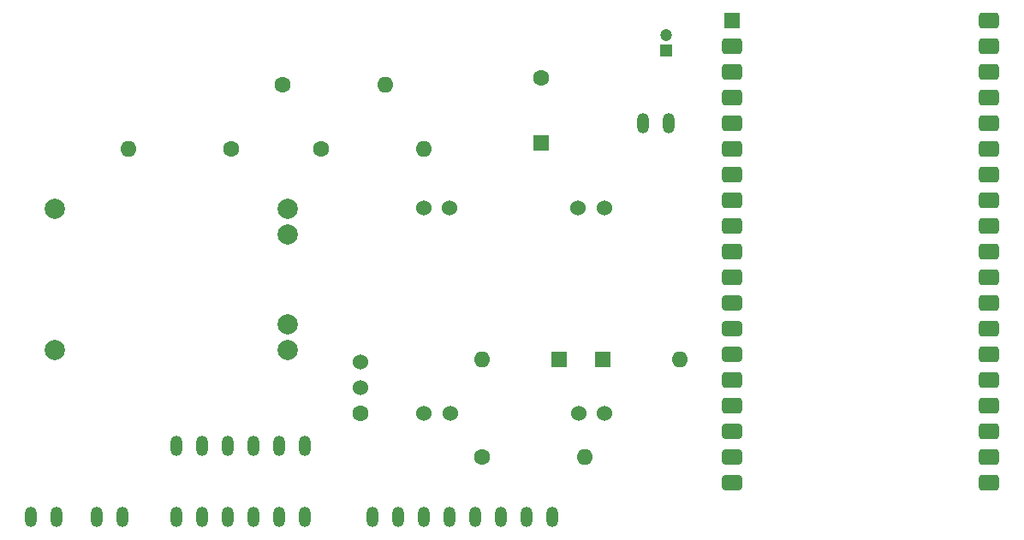
<source format=gbr>
%TF.GenerationSoftware,KiCad,Pcbnew,(7.0.0)*%
%TF.CreationDate,2023-03-30T08:56:28+02:00*%
%TF.ProjectId,HM-Base,484d2d42-6173-4652-9e6b-696361645f70,rev?*%
%TF.SameCoordinates,Original*%
%TF.FileFunction,Soldermask,Top*%
%TF.FilePolarity,Negative*%
%FSLAX46Y46*%
G04 Gerber Fmt 4.6, Leading zero omitted, Abs format (unit mm)*
G04 Created by KiCad (PCBNEW (7.0.0)) date 2023-03-30 08:56:28*
%MOMM*%
%LPD*%
G01*
G04 APERTURE LIST*
G04 Aperture macros list*
%AMRoundRect*
0 Rectangle with rounded corners*
0 $1 Rounding radius*
0 $2 $3 $4 $5 $6 $7 $8 $9 X,Y pos of 4 corners*
0 Add a 4 corners polygon primitive as box body*
4,1,4,$2,$3,$4,$5,$6,$7,$8,$9,$2,$3,0*
0 Add four circle primitives for the rounded corners*
1,1,$1+$1,$2,$3*
1,1,$1+$1,$4,$5*
1,1,$1+$1,$6,$7*
1,1,$1+$1,$8,$9*
0 Add four rect primitives between the rounded corners*
20,1,$1+$1,$2,$3,$4,$5,0*
20,1,$1+$1,$4,$5,$6,$7,0*
20,1,$1+$1,$6,$7,$8,$9,0*
20,1,$1+$1,$8,$9,$2,$3,0*%
G04 Aperture macros list end*
%ADD10C,1.606436*%
%ADD11C,1.524000*%
%ADD12O,1.200000X2.000000*%
%ADD13RoundRect,0.390000X-0.644000X-0.390000X0.644000X-0.390000X0.644000X0.390000X-0.644000X0.390000X0*%
%ADD14RoundRect,0.390000X-0.626000X-0.390000X0.626000X-0.390000X0.626000X0.390000X-0.626000X0.390000X0*%
%ADD15R,1.560000X1.560000*%
%ADD16C,1.600000*%
%ADD17R,1.600000X1.600000*%
%ADD18O,1.600000X1.600000*%
%ADD19R,1.200000X1.200000*%
%ADD20C,1.200000*%
%ADD21C,2.000000*%
G04 APERTURE END LIST*
D10*
%TO.C,U2*%
X120065800Y-94756500D03*
D11*
X120065800Y-92216500D03*
X120065800Y-89676500D03*
X144195800Y-74461900D03*
X141605000Y-74461900D03*
X144246600Y-94756500D03*
X141655800Y-94756500D03*
X128930400Y-74436500D03*
X126390400Y-74461900D03*
X128955800Y-94756500D03*
X126390400Y-94756500D03*
%TD*%
D12*
%TO.C,J4*%
X114619999Y-104999999D03*
X112079999Y-104999999D03*
X109539999Y-104999999D03*
X106999999Y-104999999D03*
X104459999Y-104999999D03*
X101919999Y-104999999D03*
%TD*%
D13*
%TO.C,U3*%
X182245000Y-101600000D03*
X182245000Y-99060000D03*
X182245000Y-96520000D03*
X182245000Y-93980000D03*
X182245000Y-91440000D03*
X182245000Y-88900000D03*
X182245000Y-86360000D03*
X182245000Y-83820000D03*
X182245000Y-81280000D03*
X182245000Y-78740000D03*
X182245000Y-76200000D03*
X182245000Y-73660000D03*
X182245000Y-71120000D03*
X182245000Y-68580000D03*
X182245000Y-66040000D03*
X182245000Y-63500000D03*
X182245000Y-60960000D03*
X182245000Y-58420000D03*
X182245000Y-55880000D03*
D14*
X156845000Y-101600000D03*
X156845000Y-99060000D03*
X156845000Y-96520000D03*
D13*
X156845000Y-93980000D03*
X156845000Y-91440000D03*
D14*
X156845000Y-88900000D03*
X156845000Y-86360000D03*
X156845000Y-83820000D03*
D13*
X156845000Y-81280000D03*
X156845000Y-78740000D03*
X156845000Y-76200000D03*
X156845000Y-73660000D03*
X156845000Y-71120000D03*
X156845000Y-68580000D03*
X156845000Y-66040000D03*
X156845000Y-63500000D03*
X156845000Y-60960000D03*
X156845000Y-58420000D03*
D15*
X156844999Y-55879999D03*
%TD*%
D16*
%TO.C,BZ1*%
X138000000Y-61520000D03*
D17*
X137999999Y-68019999D03*
%TD*%
D12*
%TO.C,J3*%
X101919999Y-97999999D03*
X104459999Y-97999999D03*
X106999999Y-97999999D03*
X109539999Y-97999999D03*
X112079999Y-97999999D03*
X114619999Y-97999999D03*
%TD*%
%TO.C,J5*%
X121299999Y-104999999D03*
X123839999Y-104999999D03*
X126379999Y-104999999D03*
X128919999Y-104999999D03*
X131459999Y-104999999D03*
X133999999Y-104999999D03*
X136539999Y-104999999D03*
X139079999Y-104999999D03*
%TD*%
%TO.C,J2*%
X96539999Y-104999999D03*
X93999999Y-104999999D03*
%TD*%
D16*
%TO.C,R4*%
X132080000Y-99060000D03*
D18*
X142239999Y-99059999D03*
%TD*%
D17*
%TO.C,D1*%
X144017999Y-89407999D03*
D18*
X151637999Y-89407999D03*
%TD*%
D16*
%TO.C,R3*%
X116205000Y-68580000D03*
D18*
X126364999Y-68579999D03*
%TD*%
D12*
%TO.C,J6*%
X150539999Y-65999999D03*
X147999999Y-65999999D03*
%TD*%
D16*
%TO.C,R1*%
X107315000Y-68580000D03*
D18*
X97154999Y-68579999D03*
%TD*%
D16*
%TO.C,R2*%
X112395000Y-62230000D03*
D18*
X122554999Y-62229999D03*
%TD*%
D12*
%TO.C,J1*%
X87459999Y-104999999D03*
X89999999Y-104999999D03*
%TD*%
D17*
%TO.C,D2*%
X139699999Y-89407999D03*
D18*
X132079999Y-89407999D03*
%TD*%
D19*
%TO.C,C1*%
X150334899Y-58855999D03*
D20*
X150334900Y-57356000D03*
%TD*%
D21*
%TO.C,U1*%
X89895000Y-74515000D03*
X89895000Y-88515000D03*
X112895000Y-74515000D03*
X112895000Y-77055000D03*
X112895000Y-85975000D03*
X112895000Y-88515000D03*
%TD*%
M02*

</source>
